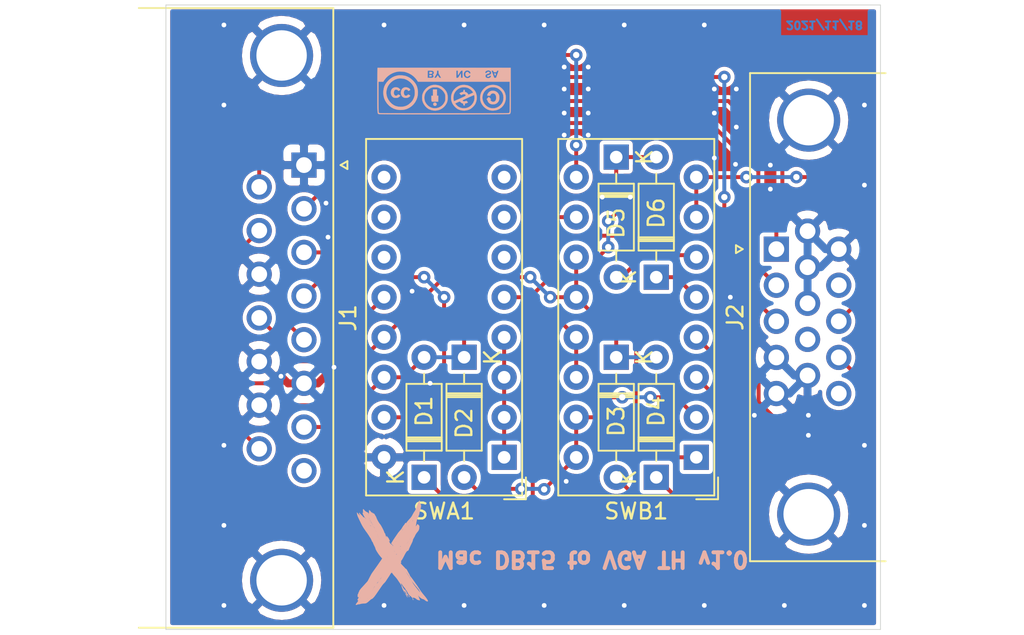
<source format=kicad_pcb>
(kicad_pcb (version 20171130) (host pcbnew "(5.1.6)-1")
  (layers (0 F.Cu signal) (31 B.Cu signal) (34 B.Paste user) (35 F.Paste user) (36 B.SilkS user) (37 F.SilkS user) (38 B.Mask user) (39 F.Mask user) (44 Edge.Cuts user))
  (net 0 "")
  (net 1 /S1-1)
  (net 2 /D1)
  (net 3 /D2)
  (net 4 /D3)
  (net 5 /S2-1)
  (net 6 /D4)
  (net 7 /S0-1)
  (net 8 /D5)
  (net 9 /D6)
  (net 10 /HS)
  (net 11 /VS)
  (net 12 /B)
  (net 13 "Net-(J1-Pad8)")
  (net 14 /G)
  (net 15 /CS)
  (net 16 /R)
  (net 17 "Net-(J2-Pad15)")
  (net 18 /VS-2)
  (net 19 "Net-(J2-Pad12)")
  (net 20 "Net-(J2-Pad9)")
  (net 21 "Net-(SWA1-Pad1)")
  (net 22 "Net-(SWA1-Pad9)")
  (net 23 "Net-(SWA1-Pad10)")
  (net 24 "Net-(SWA1-Pad11)")
  (net 25 "Net-(SWA1-Pad6)")
  (net 26 "Net-(SWA1-Pad7)")
  (net 27 "Net-(SWA1-Pad8)")
  (net 28 /HS-CS)
  (net 29 /GND)
  (module project:SW_DIP_SPSTx08_Slide_9.78x22.5mm_W7.62mm_P2.54mm (layer F.Cu) (at 134.112 113.792 180)
    (fp_text reference SWB1 (at 3.81 -3.42) (layer F.SilkS))
    (fp_text value SW_DIP_x08)
    (pad 1 thru_hole rect (at 0 0 180) (size 1.6 1.6) (drill 0.8) (layers *.Cu *.Mask) (net 2 /D1))
    (pad 9 thru_hole oval (at 7.62 17.78 180) (size 1.6 1.6) (drill 0.8) (layers *.Cu *.Mask) (net 10 /HS))
    (pad 2 thru_hole oval (at 0 2.54 180) (size 1.6 1.6) (drill 0.8) (layers *.Cu *.Mask) (net 3 /D2))
    (pad 10 thru_hole oval (at 7.62 15.24 180) (size 1.6 1.6) (drill 0.8) (layers *.Cu *.Mask) (net 15 /CS))
    (pad 3 thru_hole oval (at 0 5.08 180) (size 1.6 1.6) (drill 0.8) (layers *.Cu *.Mask) (net 6 /D4))
    (pad 11 thru_hole oval (at 7.62 12.7 180) (size 1.6 1.6) (drill 0.8) (layers *.Cu *.Mask) (net 5 /S2-1))
    (pad 4 thru_hole oval (at 0 7.62 180) (size 1.6 1.6) (drill 0.8) (layers *.Cu *.Mask) (net 4 /D3))
    (pad 12 thru_hole oval (at 7.62 10.16 180) (size 1.6 1.6) (drill 0.8) (layers *.Cu *.Mask) (net 5 /S2-1))
    (pad 5 thru_hole oval (at 0 10.16 180) (size 1.6 1.6) (drill 0.8) (layers *.Cu *.Mask) (net 9 /D6))
    (pad 13 thru_hole oval (at 7.62 7.62 180) (size 1.6 1.6) (drill 0.8) (layers *.Cu *.Mask) (net 1 /S1-1))
    (pad 6 thru_hole oval (at 0 12.7 180) (size 1.6 1.6) (drill 0.8) (layers *.Cu *.Mask) (net 8 /D5))
    (pad 14 thru_hole oval (at 7.62 5.08 180) (size 1.6 1.6) (drill 0.8) (layers *.Cu *.Mask) (net 1 /S1-1))
    (pad 7 thru_hole oval (at 0 15.24 180) (size 1.6 1.6) (drill 0.8) (layers *.Cu *.Mask) (net 28 /HS-CS))
    (pad 15 thru_hole oval (at 7.62 2.54 180) (size 1.6 1.6) (drill 0.8) (layers *.Cu *.Mask) (net 7 /S0-1))
    (pad 8 thru_hole oval (at 0 17.78 180) (size 1.6 1.6) (drill 0.8) (layers *.Cu *.Mask) (net 28 /HS-CS))
    (pad 16 thru_hole oval (at 7.62 0 180) (size 1.6 1.6) (drill 0.8) (layers *.Cu *.Mask) (net 7 /S0-1))
  )
  (module project:SW_DIP_SPSTx08_Slide_9.78x22.5mm_W7.62mm_P2.54mm (layer F.Cu) (at 121.92 113.792 180)
    (fp_text reference SWA1 (at 3.81 -3.42) (layer F.SilkS))
    (fp_text value SW_DIP_x08)
    (pad 1 thru_hole rect (at 0 0 180) (size 1.6 1.6) (drill 0.8) (layers *.Cu *.Mask) (net 21 "Net-(SWA1-Pad1)"))
    (pad 9 thru_hole oval (at 7.62 17.78 180) (size 1.6 1.6) (drill 0.8) (layers *.Cu *.Mask) (net 22 "Net-(SWA1-Pad9)"))
    (pad 2 thru_hole oval (at 0 2.54 180) (size 1.6 1.6) (drill 0.8) (layers *.Cu *.Mask) (net 21 "Net-(SWA1-Pad1)"))
    (pad 10 thru_hole oval (at 7.62 15.24 180) (size 1.6 1.6) (drill 0.8) (layers *.Cu *.Mask) (net 23 "Net-(SWA1-Pad10)"))
    (pad 3 thru_hole oval (at 0 5.08 180) (size 1.6 1.6) (drill 0.8) (layers *.Cu *.Mask) (net 21 "Net-(SWA1-Pad1)"))
    (pad 11 thru_hole oval (at 7.62 12.7 180) (size 1.6 1.6) (drill 0.8) (layers *.Cu *.Mask) (net 24 "Net-(SWA1-Pad11)"))
    (pad 4 thru_hole oval (at 0 7.62 180) (size 1.6 1.6) (drill 0.8) (layers *.Cu *.Mask) (net 21 "Net-(SWA1-Pad1)"))
    (pad 12 thru_hole oval (at 7.62 10.16 180) (size 1.6 1.6) (drill 0.8) (layers *.Cu *.Mask) (net 11 /VS))
    (pad 5 thru_hole oval (at 0 10.16 180) (size 1.6 1.6) (drill 0.8) (layers *.Cu *.Mask) (net 18 /VS-2))
    (pad 13 thru_hole oval (at 7.62 7.62 180) (size 1.6 1.6) (drill 0.8) (layers *.Cu *.Mask) (net 5 /S2-1))
    (pad 6 thru_hole oval (at 0 12.7 180) (size 1.6 1.6) (drill 0.8) (layers *.Cu *.Mask) (net 25 "Net-(SWA1-Pad6)"))
    (pad 14 thru_hole oval (at 7.62 5.08 180) (size 1.6 1.6) (drill 0.8) (layers *.Cu *.Mask) (net 1 /S1-1))
    (pad 7 thru_hole oval (at 0 15.24 180) (size 1.6 1.6) (drill 0.8) (layers *.Cu *.Mask) (net 26 "Net-(SWA1-Pad7)"))
    (pad 15 thru_hole oval (at 7.62 2.54 180) (size 1.6 1.6) (drill 0.8) (layers *.Cu *.Mask) (net 7 /S0-1))
    (pad 8 thru_hole oval (at 0 17.78 180) (size 1.6 1.6) (drill 0.8) (layers *.Cu *.Mask) (net 27 "Net-(SWA1-Pad8)"))
    (pad 16 thru_hole oval (at 7.62 0 180) (size 1.6 1.6) (drill 0.8) (layers *.Cu *.Mask) (net 29 /GND))
  )
  (module project:logo_7_back (layer F.Cu) (at 114.808 120.904 180)
    (fp_text reference G*** hide)
    (fp_text value LOGO hide)
  )
  (module project:cc_by_nc_sa_front_silk_screen (layer B.Cu) (at 118.11 90.551)
    (fp_text reference G*** hide)
    (fp_text value LOGO hide)
  )
  (module Connector_Dsub:DSUB-15_Male_Horizontal_P2.77x2.84mm_EdgePinOffset7.70mm_Housed_MountingHolesOffset9.12mm (layer F.Cu) (at 109.22 95.25 270)
    (fp_text reference J1 (at 9.695 -2.8 90) (layer F.SilkS))
    (fp_text value Mac_DB15_Male_MountingHoles)
    (pad 0 thru_hole circle (at 26.345 1.42 270) (size 4 4) (drill 3.2) (layers *.Cu *.Mask) (net 29 /GND))
    (pad 0 thru_hole circle (at -6.955 1.42 270) (size 4 4) (drill 3.2) (layers *.Cu *.Mask) (net 29 /GND))
    (pad 15 thru_hole circle (at 18.005 2.84 270) (size 1.6 1.6) (drill 1) (layers *.Cu *.Mask) (net 10 /HS))
    (pad 14 thru_hole circle (at 15.235 2.84 270) (size 1.6 1.6) (drill 1) (layers *.Cu *.Mask) (net 29 /GND))
    (pad 13 thru_hole circle (at 12.465 2.84 270) (size 1.6 1.6) (drill 1) (layers *.Cu *.Mask) (net 29 /GND))
    (pad 12 thru_hole circle (at 9.695 2.84 270) (size 1.6 1.6) (drill 1) (layers *.Cu *.Mask) (net 11 /VS))
    (pad 11 thru_hole circle (at 6.925 2.84 270) (size 1.6 1.6) (drill 1) (layers *.Cu *.Mask) (net 29 /GND))
    (pad 10 thru_hole circle (at 4.155 2.84 270) (size 1.6 1.6) (drill 1) (layers *.Cu *.Mask) (net 5 /S2-1))
    (pad 9 thru_hole circle (at 1.385 2.84 270) (size 1.6 1.6) (drill 1) (layers *.Cu *.Mask) (net 12 /B))
    (pad 8 thru_hole circle (at 19.39 0 270) (size 1.6 1.6) (drill 1) (layers *.Cu *.Mask) (net 13 "Net-(J1-Pad8)"))
    (pad 7 thru_hole circle (at 16.62 0 270) (size 1.6 1.6) (drill 1) (layers *.Cu *.Mask) (net 1 /S1-1))
    (pad 6 thru_hole circle (at 13.85 0 270) (size 1.6 1.6) (drill 1) (layers *.Cu *.Mask) (net 29 /GND))
    (pad 5 thru_hole circle (at 11.08 0 270) (size 1.6 1.6) (drill 1) (layers *.Cu *.Mask) (net 14 /G))
    (pad 4 thru_hole circle (at 8.31 0 270) (size 1.6 1.6) (drill 1) (layers *.Cu *.Mask) (net 7 /S0-1))
    (pad 3 thru_hole circle (at 5.54 0 270) (size 1.6 1.6) (drill 1) (layers *.Cu *.Mask) (net 15 /CS))
    (pad 2 thru_hole circle (at 2.77 0 270) (size 1.6 1.6) (drill 1) (layers *.Cu *.Mask) (net 16 /R))
    (pad 1 thru_hole rect (at 0 0 270) (size 1.6 1.6) (drill 1) (layers *.Cu *.Mask) (net 29 /GND))
  )
  (module Connector_Dsub:DSUB-15-HD_Female_Horizontal_P2.29x1.98mm_EdgePinOffset3.03mm_Housed_MountingHolesOffset4.94mm (layer F.Cu) (at 139.192 100.584 90)
    (fp_text reference J2 (at -4.315 -2.61 90) (layer F.SilkS))
    (fp_text value VGA_DB15_Female_HighDensity_MountingHoles)
    (pad 0 thru_hole circle (at 8.185 2.05 90) (size 4 4) (drill 3.2) (layers *.Cu *.Mask) (net 29 /GND))
    (pad 0 thru_hole circle (at -16.815 2.05 90) (size 4 4) (drill 3.2) (layers *.Cu *.Mask) (net 29 /GND))
    (pad 15 thru_hole circle (at -9.16 3.96 90) (size 1.6 1.6) (drill 1) (layers *.Cu *.Mask) (net 17 "Net-(J2-Pad15)"))
    (pad 14 thru_hole circle (at -6.87 3.96 90) (size 1.6 1.6) (drill 1) (layers *.Cu *.Mask) (net 18 /VS-2))
    (pad 13 thru_hole circle (at -4.58 3.96 90) (size 1.6 1.6) (drill 1) (layers *.Cu *.Mask) (net 28 /HS-CS))
    (pad 12 thru_hole circle (at -2.29 3.96 90) (size 1.6 1.6) (drill 1) (layers *.Cu *.Mask) (net 19 "Net-(J2-Pad12)"))
    (pad 11 thru_hole circle (at 0 3.96 90) (size 1.6 1.6) (drill 1) (layers *.Cu *.Mask) (net 29 /GND))
    (pad 10 thru_hole circle (at -8.015 1.98 90) (size 1.6 1.6) (drill 1) (layers *.Cu *.Mask) (net 29 /GND))
    (pad 9 thru_hole circle (at -5.725 1.98 90) (size 1.6 1.6) (drill 1) (layers *.Cu *.Mask) (net 20 "Net-(J2-Pad9)"))
    (pad 8 thru_hole circle (at -3.435 1.98 90) (size 1.6 1.6) (drill 1) (layers *.Cu *.Mask) (net 29 /GND))
    (pad 7 thru_hole circle (at -1.145 1.98 90) (size 1.6 1.6) (drill 1) (layers *.Cu *.Mask) (net 29 /GND))
    (pad 6 thru_hole circle (at 1.145 1.98 90) (size 1.6 1.6) (drill 1) (layers *.Cu *.Mask) (net 29 /GND))
    (pad 5 thru_hole circle (at -9.16 0 90) (size 1.6 1.6) (drill 1) (layers *.Cu *.Mask) (net 29 /GND))
    (pad 4 thru_hole circle (at -6.87 0 90) (size 1.6 1.6) (drill 1) (layers *.Cu *.Mask) (net 29 /GND))
    (pad 3 thru_hole circle (at -4.58 0 90) (size 1.6 1.6) (drill 1) (layers *.Cu *.Mask) (net 12 /B))
    (pad 2 thru_hole circle (at -2.29 0 90) (size 1.6 1.6) (drill 1) (layers *.Cu *.Mask) (net 14 /G))
    (pad 1 thru_hole rect (at 0 0 90) (size 1.6 1.6) (drill 1) (layers *.Cu *.Mask) (net 16 /R))
  )
  (module Diode_THT:D_DO-35_SOD27_P7.62mm_Horizontal (layer F.Cu) (at 116.84 115.062 90)
    (fp_text reference D1 (at 4.191 0 90) (layer F.SilkS))
    (fp_text value 1N4148)
    (fp_text user K (at 0 -1.8 90) (layer F.SilkS))
    (pad 1 thru_hole rect (at 0 0 90) (size 1.6 1.6) (drill 0.8) (layers *.Cu *.Mask) (net 2 /D1))
    (pad 2 thru_hole oval (at 7.62 0 90) (size 1.6 1.6) (drill 0.8) (layers *.Cu *.Mask) (net 1 /S1-1))
  )
  (module Diode_THT:D_DO-35_SOD27_P7.62mm_Horizontal (layer F.Cu) (at 119.38 107.442 270)
    (fp_text reference D2 (at 4.191 0 90) (layer F.SilkS))
    (fp_text value 1N4148)
    (fp_text user K (at 0 -1.8 90) (layer F.SilkS))
    (pad 1 thru_hole rect (at 0 0 270) (size 1.6 1.6) (drill 0.8) (layers *.Cu *.Mask) (net 1 /S1-1))
    (pad 2 thru_hole oval (at 7.62 0 270) (size 1.6 1.6) (drill 0.8) (layers *.Cu *.Mask) (net 3 /D2))
  )
  (module Diode_THT:D_DO-35_SOD27_P7.62mm_Horizontal (layer F.Cu) (at 129.032 107.442 270)
    (fp_text reference D3 (at 4.064 0 90) (layer F.SilkS))
    (fp_text value 1N4148)
    (fp_text user K (at 0 -1.8 90) (layer F.SilkS))
    (pad 1 thru_hole rect (at 0 0 270) (size 1.6 1.6) (drill 0.8) (layers *.Cu *.Mask) (net 5 /S2-1))
    (pad 2 thru_hole oval (at 7.62 0 270) (size 1.6 1.6) (drill 0.8) (layers *.Cu *.Mask) (net 4 /D3))
  )
  (module Diode_THT:D_DO-35_SOD27_P7.62mm_Horizontal (layer F.Cu) (at 131.572 115.062 90)
    (fp_text reference D4 (at 4.191 0 90) (layer F.SilkS))
    (fp_text value 1N4148)
    (fp_text user K (at 0 -1.8 90) (layer F.SilkS))
    (pad 2 thru_hole oval (at 7.62 0 90) (size 1.6 1.6) (drill 0.8) (layers *.Cu *.Mask) (net 5 /S2-1))
    (pad 1 thru_hole rect (at 0 0 90) (size 1.6 1.6) (drill 0.8) (layers *.Cu *.Mask) (net 6 /D4))
  )
  (module Diode_THT:D_DO-35_SOD27_P7.62mm_Horizontal (layer F.Cu) (at 129.032 94.742 270)
    (fp_text reference D5 (at 4.191 0 90) (layer F.SilkS))
    (fp_text value 1N4148)
    (fp_text user K (at 0 -1.8 90) (layer F.SilkS))
    (pad 1 thru_hole rect (at 0 0 270) (size 1.6 1.6) (drill 0.8) (layers *.Cu *.Mask) (net 7 /S0-1))
    (pad 2 thru_hole oval (at 7.62 0 270) (size 1.6 1.6) (drill 0.8) (layers *.Cu *.Mask) (net 8 /D5))
  )
  (module Diode_THT:D_DO-35_SOD27_P7.62mm_Horizontal (layer F.Cu) (at 131.572 102.362 90)
    (fp_text reference D6 (at 4.064 0 90) (layer F.SilkS))
    (fp_text value 1N4148)
    (fp_text user K (at 0 -1.8 90) (layer F.SilkS))
    (pad 2 thru_hole oval (at 7.62 0 90) (size 1.6 1.6) (drill 0.8) (layers *.Cu *.Mask) (net 7 /S0-1))
    (pad 1 thru_hole rect (at 0 0 90) (size 1.6 1.6) (drill 0.8) (layers *.Cu *.Mask) (net 9 /D6))
  )
  (gr_text 2021/11/18 (at 142.24 86.36 180) (layer B.Cu) (effects (font (size 0.5 0.5) (thickness 0.125)) (justify mirror)))
  (gr_text "Mac DB15 to VGA TH v1.0" (at 127.508 120.269 180) (layer B.SilkS) (effects (font (size 1 1) (thickness 0.25)) (justify mirror)))
  (gr_line (start 100.457 124.714) (end 100.457 85.09) (layer Edge.Cuts) (width 0.05))
  (gr_line (start 145.796 124.714) (end 100.457 124.714) (layer Edge.Cuts) (width 0.05))
  (gr_line (start 145.796 85.09) (end 145.796 124.714) (layer Edge.Cuts) (width 0.05))
  (gr_line (start 100.457 85.09) (end 145.796 85.09) (layer Edge.Cuts) (width 0.05))
  (segment (start 115.57 108.712) (end 116.84 107.442) (width 0.25) (layer F.Cu) (net 1))
  (segment (start 114.3 108.712) (end 115.57 108.712) (width 0.25) (layer F.Cu) (net 1))
  (segment (start 111.142 111.87) (end 114.3 108.712) (width 0.25) (layer F.Cu) (net 1))
  (segment (start 109.22 111.87) (end 111.142 111.87) (width 0.25) (layer F.Cu) (net 1))
  (segment (start 126.492 106.172) (end 126.492 108.712) (width 0.25) (layer F.Cu) (net 1))
  (segment (start 119.38 107.442) (end 116.84 107.442) (width 0.25) (layer B.Cu) (net 1))
  (segment (start 125.222 104.902) (end 126.492 106.172) (width 0.25) (layer F.Cu) (net 1))
  (segment (start 120.523 104.902) (end 125.222 104.902) (width 0.25) (layer F.Cu) (net 1))
  (segment (start 119.38 107.442) (end 119.38 106.045) (width 0.25) (layer F.Cu) (net 1))
  (segment (start 119.38 106.045) (end 120.523 104.902) (width 0.25) (layer F.Cu) (net 1))
  (segment (start 120.015 118.237) (end 116.84 115.062) (width 0.25) (layer F.Cu) (net 2))
  (segment (start 123.952 118.237) (end 120.015 118.237) (width 0.25) (layer F.Cu) (net 2))
  (segment (start 134.112 113.792) (end 128.397 113.792) (width 0.25) (layer F.Cu) (net 2))
  (segment (start 128.397 113.792) (end 123.952 118.237) (width 0.25) (layer F.Cu) (net 2))
  (via (at 129.413024 109.982) (size 0.8) (drill 0.4) (layers F.Cu B.Cu) (net 3))
  (segment (start 121.285 116.967) (end 123.06699 116.967) (width 0.25) (layer F.Cu) (net 3))
  (segment (start 123.734998 116.298992) (end 123.734998 111.215002) (width 0.25) (layer F.Cu) (net 3))
  (segment (start 124.968 109.982) (end 129.413024 109.982) (width 0.25) (layer F.Cu) (net 3))
  (segment (start 123.734998 111.215002) (end 124.968 109.982) (width 0.25) (layer F.Cu) (net 3))
  (segment (start 119.38 115.062) (end 121.285 116.967) (width 0.25) (layer F.Cu) (net 3))
  (segment (start 123.06699 116.967) (end 123.734998 116.298992) (width 0.25) (layer F.Cu) (net 3))
  (segment (start 129.413024 109.982) (end 131.191 109.982) (width 0.25) (layer B.Cu) (net 3))
  (via (at 131.191 109.982) (size 0.8) (drill 0.4) (layers F.Cu B.Cu) (net 3))
  (segment (start 134.112 111.252) (end 132.842 109.982) (width 0.25) (layer F.Cu) (net 3))
  (segment (start 132.842 109.982) (end 131.191 109.982) (width 0.25) (layer F.Cu) (net 3))
  (segment (start 129.032 115.062) (end 131.445 117.475) (width 0.25) (layer F.Cu) (net 4))
  (segment (start 131.445 117.475) (end 135.255 117.475) (width 0.25) (layer F.Cu) (net 4))
  (segment (start 135.255 117.475) (end 136.906 115.824) (width 0.25) (layer F.Cu) (net 4))
  (segment (start 136.906 108.966) (end 134.112 106.172) (width 0.25) (layer F.Cu) (net 4))
  (segment (start 136.906 115.824) (end 136.906 108.966) (width 0.25) (layer F.Cu) (net 4))
  (segment (start 129.032 106.172) (end 129.032 107.442) (width 0.25) (layer F.Cu) (net 5))
  (segment (start 126.492 103.632) (end 129.032 106.172) (width 0.25) (layer F.Cu) (net 5))
  (via (at 123.571 102.362) (size 0.8) (drill 0.4) (layers F.Cu B.Cu) (net 5))
  (segment (start 126.872978 103.759022) (end 126.872978 103.759) (width 0.25) (layer B.Cu) (net 5))
  (via (at 124.841 103.632) (size 0.8) (drill 0.4) (layers F.Cu B.Cu) (net 5))
  (segment (start 123.571 102.362) (end 124.841 103.632) (width 0.25) (layer B.Cu) (net 5))
  (segment (start 126.365 103.759) (end 126.492 103.632) (width 0.25) (layer F.Cu) (net 5))
  (segment (start 124.841 103.632) (end 126.365 103.632) (width 0.25) (layer F.Cu) (net 5))
  (segment (start 126.492 103.632) (end 126.492 101.092) (width 0.25) (layer F.Cu) (net 5))
  (segment (start 104.394 101.391) (end 106.38 99.405) (width 0.25) (layer F.Cu) (net 5))
  (segment (start 109.982 110.49) (end 108.341812 110.49) (width 0.25) (layer F.Cu) (net 5))
  (segment (start 108.341812 110.49) (end 106.944812 109.093) (width 0.25) (layer F.Cu) (net 5))
  (segment (start 105.156 109.093) (end 104.394 108.331) (width 0.25) (layer F.Cu) (net 5))
  (segment (start 114.3 106.172) (end 109.982 110.49) (width 0.25) (layer F.Cu) (net 5))
  (segment (start 104.394 108.331) (end 104.394 101.391) (width 0.25) (layer F.Cu) (net 5))
  (segment (start 106.944812 109.093) (end 105.156 109.093) (width 0.25) (layer F.Cu) (net 5))
  (segment (start 114.3 106.172) (end 118.11 102.362) (width 0.25) (layer F.Cu) (net 5))
  (segment (start 123.444 102.362) (end 123.571 102.489) (width 0.25) (layer F.Cu) (net 5))
  (segment (start 118.11 102.362) (end 123.444 102.362) (width 0.25) (layer F.Cu) (net 5))
  (segment (start 131.572 107.442) (end 129.032 107.442) (width 0.25) (layer B.Cu) (net 5))
  (segment (start 131.572 115.062) (end 132.842 116.332) (width 0.25) (layer F.Cu) (net 6))
  (segment (start 132.842 116.332) (end 134.874 116.332) (width 0.25) (layer F.Cu) (net 6))
  (segment (start 134.874 116.332) (end 135.763 115.443) (width 0.25) (layer F.Cu) (net 6))
  (segment (start 135.763 110.363) (end 134.112 108.712) (width 0.25) (layer F.Cu) (net 6))
  (segment (start 135.763 115.443) (end 135.763 110.363) (width 0.25) (layer F.Cu) (net 6))
  (segment (start 126.111 111.76) (end 126.111 111.506) (width 0.25) (layer F.Cu) (net 7))
  (segment (start 129.032 94.742) (end 131.572 94.742) (width 0.25) (layer F.Cu) (net 7))
  (segment (start 114.3 111.252) (end 117.221 111.252) (width 0.25) (layer F.Cu) (net 7))
  (segment (start 126.492 111.252) (end 126.492 113.792) (width 0.25) (layer F.Cu) (net 7))
  (segment (start 110.418 102.362) (end 116.840008 102.362) (width 0.25) (layer F.Cu) (net 7))
  (segment (start 109.22 103.56) (end 110.418 102.362) (width 0.25) (layer F.Cu) (net 7))
  (via (at 116.840008 102.362) (size 0.8) (drill 0.4) (layers F.Cu B.Cu) (net 7))
  (via (at 118.11 103.63199) (size 0.8) (drill 0.4) (layers F.Cu B.Cu) (net 7))
  (segment (start 117.710001 103.231991) (end 118.11 103.63199) (width 0.25) (layer B.Cu) (net 7))
  (segment (start 116.840008 102.362) (end 117.710001 103.231991) (width 0.25) (layer B.Cu) (net 7))
  (segment (start 117.221 111.252) (end 118.095329 110.377671) (width 0.25) (layer F.Cu) (net 7))
  (segment (start 129.032 94.742) (end 129.032 98.298) (width 0.25) (layer F.Cu) (net 7))
  (segment (start 129.032 98.298) (end 128.524 98.806) (width 0.25) (layer F.Cu) (net 7))
  (segment (start 128.524 98.806) (end 128.524 98.806) (width 0.25) (layer F.Cu) (net 7))
  (via (at 128.524 98.806) (size 0.8) (drill 0.4) (layers F.Cu B.Cu) (net 7))
  (via (at 128.524 100.457) (size 0.8) (drill 0.4) (layers F.Cu B.Cu) (net 7))
  (segment (start 128.524 100.584) (end 128.524 100.457) (width 0.25) (layer B.Cu) (net 7))
  (segment (start 128.524 98.806) (end 128.524 100.584) (width 0.25) (layer B.Cu) (net 7))
  (segment (start 121.762679 115.793679) (end 123.009988 115.793679) (width 0.25) (layer F.Cu) (net 7))
  (via (at 123.009988 115.793679) (size 0.8) (drill 0.4) (layers F.Cu B.Cu) (net 7))
  (segment (start 124.429683 115.793679) (end 124.46 115.823996) (width 0.25) (layer B.Cu) (net 7))
  (segment (start 124.460004 115.823996) (end 124.46 115.823996) (width 0.25) (layer F.Cu) (net 7))
  (segment (start 123.009988 115.793679) (end 124.429683 115.793679) (width 0.25) (layer B.Cu) (net 7))
  (segment (start 117.221 111.252) (end 121.762679 115.793679) (width 0.25) (layer F.Cu) (net 7))
  (via (at 124.46 115.823996) (size 0.8) (drill 0.4) (layers F.Cu B.Cu) (net 7))
  (segment (start 126.491996 113.792) (end 126.492 113.792) (width 0.25) (layer F.Cu) (net 7))
  (segment (start 124.46 115.823996) (end 126.491996 113.792) (width 0.25) (layer F.Cu) (net 7))
  (segment (start 118.11 110.363) (end 118.11 103.63199) (width 0.25) (layer F.Cu) (net 7))
  (segment (start 118.095329 110.377671) (end 118.11 110.363) (width 0.25) (layer F.Cu) (net 7))
  (segment (start 128.524 100.457) (end 127.762 101.219) (width 0.25) (layer F.Cu) (net 7))
  (segment (start 130.302 105.537) (end 130.302 110.871004) (width 0.25) (layer F.Cu) (net 7))
  (segment (start 127.762 101.219) (end 127.762 102.997) (width 0.25) (layer F.Cu) (net 7))
  (segment (start 127.762 102.997) (end 130.302 105.537) (width 0.25) (layer F.Cu) (net 7))
  (segment (start 130.302 110.871004) (end 129.921004 111.252) (width 0.25) (layer F.Cu) (net 7))
  (segment (start 126.492 111.252) (end 129.921004 111.252) (width 0.25) (layer F.Cu) (net 7))
  (segment (start 129.386998 102.362) (end 130.783998 100.965) (width 0.25) (layer F.Cu) (net 8))
  (segment (start 129.032 102.362) (end 129.386998 102.362) (width 0.25) (layer F.Cu) (net 8))
  (segment (start 133.985 100.965) (end 134.112 101.092) (width 0.25) (layer F.Cu) (net 8))
  (segment (start 130.783998 100.965) (end 133.985 100.965) (width 0.25) (layer F.Cu) (net 8))
  (segment (start 132.842 102.362) (end 134.112 103.632) (width 0.25) (layer F.Cu) (net 9))
  (segment (start 131.572 102.362) (end 132.842 102.362) (width 0.25) (layer F.Cu) (net 9))
  (segment (start 126.49201 96.01199) (end 126.492 96.012) (width 0.25) (layer F.Cu) (net 10))
  (segment (start 126.49201 93.98) (end 126.49201 96.01199) (width 0.25) (layer F.Cu) (net 10))
  (segment (start 103.378 97.028) (end 112.141 88.265) (width 0.25) (layer F.Cu) (net 10))
  (segment (start 103.378 110.253) (end 103.378 97.028) (width 0.25) (layer F.Cu) (net 10))
  (segment (start 106.38 113.255) (end 103.378 110.253) (width 0.25) (layer F.Cu) (net 10))
  (segment (start 112.141 88.265) (end 126.492 88.265) (width 0.25) (layer F.Cu) (net 10))
  (segment (start 126.49201 88.26501) (end 126.492 88.265) (width 0.25) (layer B.Cu) (net 10))
  (via (at 126.49201 93.98) (size 0.8) (drill 0.4) (layers F.Cu B.Cu) (net 10))
  (via (at 126.492 88.265) (size 0.8) (drill 0.4) (layers F.Cu B.Cu) (net 10))
  (segment (start 126.49201 93.98) (end 126.49201 88.26501) (width 0.25) (layer B.Cu) (net 10))
  (segment (start 107.823 107.315) (end 108.204 107.696) (width 0.25) (layer F.Cu) (net 11))
  (segment (start 108.204 107.696) (end 110.236 107.696) (width 0.25) (layer F.Cu) (net 11))
  (segment (start 106.38 104.945) (end 107.823 106.388) (width 0.25) (layer F.Cu) (net 11))
  (segment (start 107.823 106.388) (end 107.823 107.315) (width 0.25) (layer F.Cu) (net 11))
  (segment (start 110.236 107.696) (end 114.3 103.632) (width 0.25) (layer F.Cu) (net 11))
  (via (at 135.889999 97.282001) (size 0.8) (drill 0.4) (layers F.Cu B.Cu) (net 12))
  (segment (start 135.889999 101.861999) (end 135.889999 97.282001) (width 0.25) (layer F.Cu) (net 12))
  (segment (start 139.192 105.164) (end 135.889999 101.861999) (width 0.25) (layer F.Cu) (net 12))
  (via (at 135.889996 89.662) (size 0.8) (drill 0.4) (layers F.Cu B.Cu) (net 12))
  (segment (start 135.889999 97.282001) (end 135.889999 89.662003) (width 0.25) (layer B.Cu) (net 12))
  (segment (start 135.889999 89.662003) (end 135.889996 89.662) (width 0.25) (layer B.Cu) (net 12))
  (segment (start 106.38 95.50363) (end 112.22163 89.662) (width 0.25) (layer F.Cu) (net 12))
  (segment (start 112.22163 89.662) (end 135.889996 89.662) (width 0.25) (layer F.Cu) (net 12))
  (segment (start 106.38 96.635) (end 106.38 95.50363) (width 0.25) (layer F.Cu) (net 12))
  (segment (start 137.795 101.477) (end 137.795 101.473) (width 0.25) (layer F.Cu) (net 14))
  (segment (start 139.192 102.874) (end 137.795 101.477) (width 0.25) (layer F.Cu) (net 14))
  (segment (start 112.141 94.996) (end 112.141 97.097996) (width 0.25) (layer F.Cu) (net 14))
  (segment (start 112.141 97.097996) (end 109.797996 99.441) (width 0.25) (layer F.Cu) (net 14))
  (segment (start 135.001 92.583) (end 114.554 92.583) (width 0.25) (layer F.Cu) (net 14))
  (segment (start 138.049 95.631) (end 135.001 92.583) (width 0.25) (layer F.Cu) (net 14))
  (segment (start 114.554 92.583) (end 112.141 94.996) (width 0.25) (layer F.Cu) (net 14))
  (segment (start 107.823 104.933) (end 109.22 106.33) (width 0.25) (layer F.Cu) (net 14))
  (segment (start 138.049 99.06) (end 138.049 95.631) (width 0.25) (layer F.Cu) (net 14))
  (segment (start 109.797996 99.441) (end 108.331 99.441) (width 0.25) (layer F.Cu) (net 14))
  (segment (start 137.795 101.477) (end 137.795 99.314) (width 0.25) (layer F.Cu) (net 14))
  (segment (start 107.823 99.949) (end 107.823 104.933) (width 0.25) (layer F.Cu) (net 14))
  (segment (start 137.795 99.314) (end 138.049 99.06) (width 0.25) (layer F.Cu) (net 14))
  (segment (start 108.331 99.441) (end 107.823 99.949) (width 0.25) (layer F.Cu) (net 14))
  (segment (start 109.22 100.79) (end 109.535001 100.474999) (width 0.25) (layer F.Cu) (net 15))
  (segment (start 123.317 99.822) (end 124.587 98.552) (width 0.25) (layer F.Cu) (net 15))
  (segment (start 124.587 98.552) (end 126.492 98.552) (width 0.25) (layer F.Cu) (net 15))
  (segment (start 112.776 99.822) (end 123.317 99.822) (width 0.25) (layer F.Cu) (net 15))
  (segment (start 109.22 100.79) (end 111.808 100.79) (width 0.25) (layer F.Cu) (net 15))
  (segment (start 111.808 100.79) (end 112.776 99.822) (width 0.25) (layer F.Cu) (net 15))
  (segment (start 110.998 96.242) (end 109.22 98.02) (width 0.25) (layer F.Cu) (net 16))
  (segment (start 110.998 93.726) (end 110.998 96.242) (width 0.25) (layer F.Cu) (net 16))
  (segment (start 139.192 98.990002) (end 139.573 98.609002) (width 0.25) (layer F.Cu) (net 16))
  (segment (start 139.192 100.584) (end 139.192 98.990002) (width 0.25) (layer F.Cu) (net 16))
  (segment (start 113.538 91.186) (end 110.998 93.726) (width 0.25) (layer F.Cu) (net 16))
  (segment (start 139.573 98.609002) (end 139.573 94.615) (width 0.25) (layer F.Cu) (net 16))
  (segment (start 139.573 94.615) (end 136.144 91.186) (width 0.25) (layer F.Cu) (net 16))
  (segment (start 136.144 91.186) (end 113.538 91.186) (width 0.25) (layer F.Cu) (net 16))
  (segment (start 124.714 102.489) (end 124.714 100.965) (width 0.25) (layer F.Cu) (net 18))
  (segment (start 138.066999 108.602999) (end 138.066999 110.284001) (width 0.25) (layer F.Cu) (net 18))
  (segment (start 135.382 105.918) (end 138.066999 108.602999) (width 0.25) (layer F.Cu) (net 18))
  (segment (start 144.78 109.082) (end 143.152 107.454) (width 0.25) (layer F.Cu) (net 18))
  (segment (start 135.382 100.696998) (end 135.382 105.918) (width 0.25) (layer F.Cu) (net 18))
  (segment (start 139.542998 111.76) (end 143.764 111.76) (width 0.25) (layer F.Cu) (net 18))
  (segment (start 124.714 100.965) (end 125.947001 99.731999) (width 0.25) (layer F.Cu) (net 18))
  (segment (start 125.947001 99.731999) (end 134.417001 99.731999) (width 0.25) (layer F.Cu) (net 18))
  (segment (start 138.066999 110.284001) (end 139.542998 111.76) (width 0.25) (layer F.Cu) (net 18))
  (segment (start 144.78 110.744) (end 144.78 109.082) (width 0.25) (layer F.Cu) (net 18))
  (segment (start 123.571 103.632) (end 124.714 102.489) (width 0.25) (layer F.Cu) (net 18))
  (segment (start 121.92 103.632) (end 123.571 103.632) (width 0.25) (layer F.Cu) (net 18))
  (segment (start 143.764 111.76) (end 144.78 110.744) (width 0.25) (layer F.Cu) (net 18))
  (segment (start 134.417001 99.731999) (end 135.382 100.696998) (width 0.25) (layer F.Cu) (net 18))
  (segment (start 121.92 113.792) (end 121.92 106.172) (width 0.25) (layer F.Cu) (net 21))
  (segment (start 134.112 98.552) (end 134.112 96.012) (width 0.25) (layer F.Cu) (net 28))
  (via (at 137.287 96.012) (size 0.8) (drill 0.4) (layers F.Cu B.Cu) (net 28))
  (segment (start 134.112 96.012) (end 137.287 96.012) (width 0.25) (layer F.Cu) (net 28))
  (via (at 140.462 96.012) (size 0.8) (drill 0.4) (layers F.Cu B.Cu) (net 28))
  (segment (start 137.287 96.012) (end 140.462 96.012) (width 0.25) (layer B.Cu) (net 28))
  (segment (start 141.478022 96.012) (end 140.462 96.012) (width 0.25) (layer F.Cu) (net 28))
  (segment (start 144.78 99.313978) (end 141.478022 96.012) (width 0.25) (layer F.Cu) (net 28))
  (segment (start 143.152 105.164) (end 144.78 103.536) (width 0.25) (layer F.Cu) (net 28))
  (segment (start 144.78 103.536) (end 144.78 99.313978) (width 0.25) (layer F.Cu) (net 28))
  (segment (start 141.172 108.599) (end 141.172 110.565) (width 0.5) (layer F.Cu) (net 29))
  (segment (start 109.22 109.1) (end 109.22 109.347) (width 0.5) (layer F.Cu) (net 29))
  (segment (start 109.22 109.1) (end 110.102 109.1) (width 0.5) (layer F.Cu) (net 29))
  (segment (start 110.102 109.1) (end 110.617 108.585) (width 0.5) (layer F.Cu) (net 29))
  (segment (start 106.38 107.715) (end 107.188 106.907) (width 0.5) (layer F.Cu) (net 29))
  (segment (start 108.211 109.1) (end 107.7595 108.6485) (width 0.5) (layer F.Cu) (net 29))
  (segment (start 109.22 109.1) (end 108.211 109.1) (width 0.5) (layer F.Cu) (net 29))
  (segment (start 110.617 108.585) (end 110.617 108.585) (width 0.5) (layer F.Cu) (net 29))
  (via (at 138.811 96.774) (size 0.6) (drill 0.3) (layers F.Cu B.Cu) (net 29))
  (via (at 138.811 95.25) (size 0.6) (drill 0.3) (layers F.Cu B.Cu) (net 29))
  (via (at 135.255 91.948) (size 0.6) (drill 0.3) (layers F.Cu B.Cu) (net 29))
  (via (at 136.652 90.424) (size 0.6) (drill 0.3) (layers F.Cu B.Cu) (net 29))
  (via (at 135.255 90.424) (size 0.6) (drill 0.3) (layers F.Cu B.Cu) (net 29))
  (segment (start 110.617 108.585) (end 110.617 108.585) (width 0.5) (layer F.Cu) (net 29))
  (segment (start 107.7595 108.6485) (end 107.696 108.585) (width 0.5) (layer F.Cu) (net 29))
  (via (at 107.7595 108.6485) (size 0.6) (drill 0.3) (layers F.Cu B.Cu) (net 29))
  (segment (start 107.188 106.907) (end 107.188 106.907) (width 0.5) (layer F.Cu) (net 29))
  (via (at 104.14 86.36) (size 0.6) (drill 0.3) (layers F.Cu B.Cu) (net 29))
  (via (at 114.3 86.36) (size 0.6) (drill 0.3) (layers F.Cu B.Cu) (net 29))
  (via (at 119.38 86.36) (size 0.6) (drill 0.3) (layers F.Cu B.Cu) (net 29))
  (via (at 124.46 86.36) (size 0.6) (drill 0.3) (layers F.Cu B.Cu) (net 29))
  (via (at 129.54 86.36) (size 0.6) (drill 0.3) (layers F.Cu B.Cu) (net 29))
  (via (at 134.62 86.36) (size 0.6) (drill 0.3) (layers F.Cu B.Cu) (net 29))
  (via (at 104.14 91.44) (size 0.6) (drill 0.3) (layers F.Cu B.Cu) (net 29))
  (via (at 144.78 91.44) (size 0.6) (drill 0.3) (layers F.Cu B.Cu) (net 29))
  (via (at 144.78 96.52) (size 0.6) (drill 0.3) (layers F.Cu B.Cu) (net 29))
  (via (at 104.14 118.11) (size 0.6) (drill 0.3) (layers F.Cu B.Cu) (net 29))
  (via (at 144.78 118.11) (size 0.6) (drill 0.3) (layers F.Cu B.Cu) (net 29))
  (via (at 104.14 123.19) (size 0.6) (drill 0.3) (layers F.Cu B.Cu) (net 29))
  (via (at 114.3 123.19) (size 0.6) (drill 0.3) (layers F.Cu B.Cu) (net 29))
  (via (at 119.38 123.19) (size 0.6) (drill 0.3) (layers F.Cu B.Cu) (net 29))
  (via (at 124.46 123.19) (size 0.6) (drill 0.3) (layers F.Cu B.Cu) (net 29))
  (via (at 129.54 123.19) (size 0.6) (drill 0.3) (layers F.Cu B.Cu) (net 29))
  (via (at 134.62 123.19) (size 0.6) (drill 0.3) (layers F.Cu B.Cu) (net 29))
  (via (at 139.7 123.19) (size 0.6) (drill 0.3) (layers F.Cu B.Cu) (net 29))
  (via (at 144.78 123.19) (size 0.6) (drill 0.3) (layers F.Cu B.Cu) (net 29))
  (via (at 104.14 113.03) (size 0.6) (drill 0.3) (layers F.Cu B.Cu) (net 29))
  (via (at 137.795 111.125) (size 0.6) (drill 0.3) (layers F.Cu B.Cu) (net 29))
  (via (at 136.652 92.837) (size 0.6) (drill 0.3) (layers F.Cu B.Cu) (net 29))
  (via (at 141.224 111.125) (size 0.6) (drill 0.3) (layers F.Cu B.Cu) (net 29))
  (via (at 141.224 112.395) (size 0.6) (drill 0.3) (layers F.Cu B.Cu) (net 29))
  (via (at 136.6 95.2) (size 0.6) (drill 0.3) (layers F.Cu B.Cu) (net 29))
  (via (at 135.255 94.8) (size 0.6) (drill 0.3) (layers F.Cu B.Cu) (net 29))
  (via (at 144.78 113.03) (size 0.6) (drill 0.3) (layers F.Cu B.Cu) (net 29))
  (via (at 125.73 89.027) (size 0.6) (drill 0.3) (layers F.Cu B.Cu) (net 29))
  (via (at 125.73 90.424) (size 0.6) (drill 0.3) (layers F.Cu B.Cu) (net 29))
  (via (at 125.73 91.948) (size 0.6) (drill 0.3) (layers F.Cu B.Cu) (net 29))
  (via (at 125.73 93.345) (size 0.6) (drill 0.3) (layers F.Cu B.Cu) (net 29))
  (via (at 127.254 93.345) (size 0.6) (drill 0.3) (layers F.Cu B.Cu) (net 29))
  (via (at 127.254 91.948) (size 0.6) (drill 0.3) (layers F.Cu B.Cu) (net 29))
  (via (at 127.254 90.424) (size 0.6) (drill 0.3) (layers F.Cu B.Cu) (net 29))
  (via (at 127.254 89.027) (size 0.6) (drill 0.3) (layers F.Cu B.Cu) (net 29))
  (via (at 110.617 97.663) (size 0.6) (drill 0.3) (layers F.Cu B.Cu) (net 29))
  (segment (start 141.172 101.729) (end 141.172 99.439) (width 0.5) (layer B.Cu) (net 29))
  (segment (start 141.172 101.729) (end 141.172 104.019) (width 0.5) (layer B.Cu) (net 29))
  (segment (start 142.007 101.729) (end 143.152 100.584) (width 0.5) (layer B.Cu) (net 29))
  (segment (start 141.172 101.729) (end 142.007 101.729) (width 0.5) (layer B.Cu) (net 29))
  (segment (start 142.317 100.584) (end 141.172 99.439) (width 0.5) (layer B.Cu) (net 29))
  (segment (start 143.152 100.584) (end 142.317 100.584) (width 0.5) (layer B.Cu) (net 29))
  (segment (start 140.337 108.599) (end 139.192 107.454) (width 0.5) (layer B.Cu) (net 29))
  (segment (start 141.172 108.599) (end 140.337 108.599) (width 0.5) (layer B.Cu) (net 29))
  (segment (start 140.027 109.744) (end 141.172 108.599) (width 0.5) (layer B.Cu) (net 29))
  (segment (start 139.192 109.744) (end 140.027 109.744) (width 0.5) (layer B.Cu) (net 29))
  (segment (start 141.172 108.599) (end 141.172 110.438) (width 0.5) (layer B.Cu) (net 29))
  (via (at 110.744 99.822) (size 0.6) (drill 0.3) (layers F.Cu B.Cu) (net 29))
  (via (at 136.271 103.632) (size 0.6) (drill 0.3) (layers F.Cu B.Cu) (net 29))
  (via (at 125.857 115.316) (size 0.6) (drill 0.3) (layers F.Cu B.Cu) (net 29))
  (via (at 117.221 109.093) (size 0.6) (drill 0.3) (layers F.Cu B.Cu) (net 29))
  (via (at 111.125 108.077) (size 0.6) (drill 0.3) (layers F.Cu B.Cu) (net 29))
  (via (at 116.078 103.251) (size 0.6) (drill 0.3) (layers F.Cu B.Cu) (net 29))
  (via (at 128.143 97.282) (size 0.6) (drill 0.3) (layers F.Cu B.Cu) (net 29))
  (via (at 129.921 97.282) (size 0.6) (drill 0.3) (layers F.Cu B.Cu) (net 29))
  (zone (net 29) (net_name /GND) (layer B.Cu) (connect_pads (clearance 0.254)) (min_thickness 0.254) (fill yes (arc_segments 32) (thermal_gap 0.508) (thermal_bridge_width 0.508))
    (polygon (pts (xy 145.796 124.714) (xy 100.457 124.714) (xy 100.457 85.09) (xy 145.796 85.09)))
  )
  (zone (net 29) (net_name /GND) (layer F.Cu) (connect_pads (clearance 0.254)) (min_thickness 0.254) (fill yes (arc_segments 32) (thermal_gap 0.508) (thermal_bridge_width 0.508))
    (polygon (pts (xy 145.796 124.714) (xy 100.457 124.714) (xy 100.457 85.09) (xy 145.796 85.09)))
  )
)
</source>
